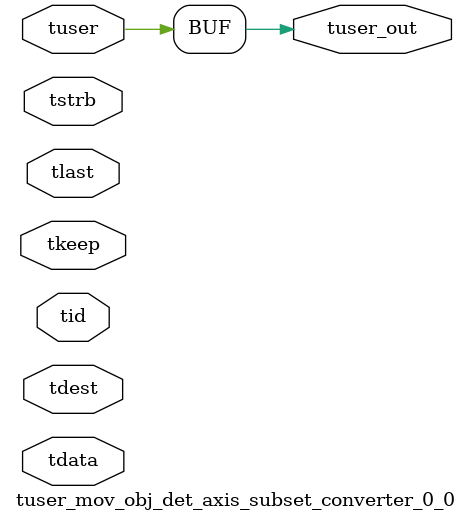
<source format=v>


`timescale 1ps/1ps

module tuser_mov_obj_det_axis_subset_converter_0_0 #
(
parameter C_S_AXIS_TUSER_WIDTH = 1,
parameter C_S_AXIS_TDATA_WIDTH = 32,
parameter C_S_AXIS_TID_WIDTH   = 0,
parameter C_S_AXIS_TDEST_WIDTH = 0,
parameter C_M_AXIS_TUSER_WIDTH = 1
)
(
input  [(C_S_AXIS_TUSER_WIDTH == 0 ? 1 : C_S_AXIS_TUSER_WIDTH)-1:0     ] tuser,
input  [(C_S_AXIS_TDATA_WIDTH == 0 ? 1 : C_S_AXIS_TDATA_WIDTH)-1:0     ] tdata,
input  [(C_S_AXIS_TID_WIDTH   == 0 ? 1 : C_S_AXIS_TID_WIDTH)-1:0       ] tid,
input  [(C_S_AXIS_TDEST_WIDTH == 0 ? 1 : C_S_AXIS_TDEST_WIDTH)-1:0     ] tdest,
input  [(C_S_AXIS_TDATA_WIDTH/8)-1:0 ] tkeep,
input  [(C_S_AXIS_TDATA_WIDTH/8)-1:0 ] tstrb,
input                                                                    tlast,
output [C_M_AXIS_TUSER_WIDTH-1:0] tuser_out
);

assign tuser_out = {tuser[0:0]};

endmodule


</source>
